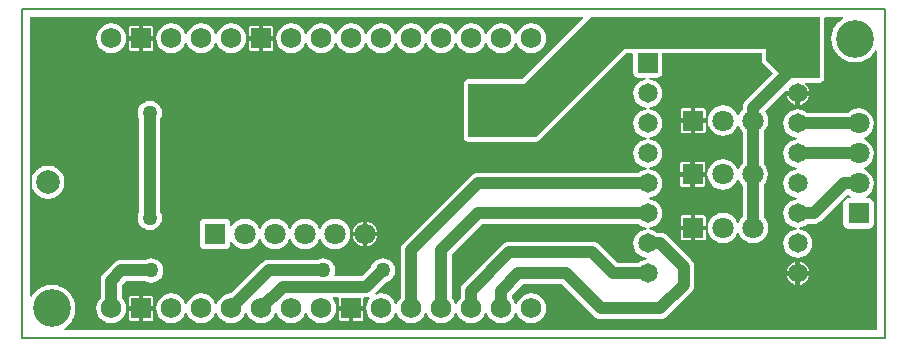
<source format=gbl>
G04 Layer_Physical_Order=4*
G04 Layer_Color=16711680*
%FSLAX24Y24*%
%MOIN*%
G70*
G01*
G75*
%ADD20C,0.0394*%
%ADD21C,0.0050*%
%ADD22C,0.0650*%
%ADD23R,0.0650X0.0650*%
%ADD24C,0.0709*%
%ADD25R,0.0709X0.0709*%
%ADD26C,0.0690*%
%ADD27R,0.0690X0.0690*%
%ADD28R,0.0709X0.0709*%
%ADD29C,0.0787*%
%ADD30C,0.1260*%
%ADD31C,0.0500*%
G36*
X36575Y18661D02*
X35394D01*
X34803Y19252D01*
Y19646D01*
X30079Y19646D01*
X27126Y16693D01*
X24862Y16693D01*
Y18465D01*
X26732Y18465D01*
X28968Y20700D01*
X36575D01*
X36575Y18661D01*
D02*
G37*
G36*
X37366Y20655D02*
X37332Y20637D01*
X37321Y20627D01*
X37320Y20627D01*
X37307Y20620D01*
X37211Y20542D01*
X37202Y20530D01*
X37190Y20520D01*
X37111Y20424D01*
X37104Y20411D01*
X37104Y20411D01*
X37095Y20399D01*
X37036Y20290D01*
X37032Y20276D01*
X37025Y20262D01*
X36989Y20144D01*
X36987Y20129D01*
X36983Y20114D01*
X36971Y19991D01*
X36972Y19976D01*
X36971Y19961D01*
X36983Y19837D01*
X36987Y19823D01*
X36989Y19808D01*
X37025Y19689D01*
X37032Y19676D01*
X37036Y19661D01*
X37095Y19552D01*
X37104Y19540D01*
X37104Y19540D01*
X37111Y19527D01*
X37190Y19431D01*
X37202Y19422D01*
X37211Y19410D01*
X37307Y19331D01*
X37320Y19324D01*
X37321Y19324D01*
X37332Y19315D01*
X37442Y19256D01*
X37456Y19252D01*
X37469Y19245D01*
X37588Y19209D01*
X37603Y19207D01*
X37617Y19203D01*
X37741Y19191D01*
X37748Y19191D01*
X37756Y19190D01*
X37763Y19191D01*
X37771Y19191D01*
X37894Y19203D01*
X37909Y19207D01*
X37924Y19209D01*
X38043Y19245D01*
X38056Y19252D01*
X38070Y19256D01*
X38180Y19315D01*
X38191Y19324D01*
X38191Y19324D01*
X38205Y19331D01*
X38300Y19410D01*
X38310Y19422D01*
X38322Y19431D01*
X38400Y19527D01*
X38408Y19540D01*
X38408Y19540D01*
X38417Y19552D01*
X38435Y19586D01*
X38485Y19573D01*
Y10255D01*
X11387D01*
X11374Y10305D01*
X11408Y10323D01*
X11420Y10333D01*
X11420Y10333D01*
X11433Y10340D01*
X11529Y10418D01*
X11538Y10430D01*
X11550Y10440D01*
X11629Y10536D01*
X11636Y10549D01*
X11636Y10549D01*
X11645Y10560D01*
X11704Y10670D01*
X11708Y10684D01*
X11715Y10698D01*
X11751Y10816D01*
X11753Y10831D01*
X11757Y10846D01*
X11769Y10969D01*
X11768Y10984D01*
X11769Y10999D01*
X11757Y11123D01*
X11753Y11137D01*
X11751Y11152D01*
X11715Y11271D01*
X11708Y11284D01*
X11704Y11299D01*
X11645Y11408D01*
X11636Y11420D01*
X11636Y11420D01*
X11629Y11433D01*
X11550Y11529D01*
X11538Y11538D01*
X11529Y11550D01*
X11433Y11629D01*
X11420Y11636D01*
X11420Y11636D01*
X11408Y11645D01*
X11299Y11704D01*
X11284Y11708D01*
X11271Y11715D01*
X11152Y11751D01*
X11137Y11753D01*
X11123Y11757D01*
X10999Y11769D01*
X10992Y11769D01*
X10984Y11770D01*
X10977Y11769D01*
X10969Y11769D01*
X10846Y11757D01*
X10831Y11753D01*
X10816Y11751D01*
X10698Y11715D01*
X10684Y11708D01*
X10670Y11704D01*
X10560Y11645D01*
X10549Y11636D01*
X10549Y11636D01*
X10536Y11629D01*
X10440Y11550D01*
X10430Y11538D01*
X10418Y11529D01*
X10340Y11433D01*
X10333Y11420D01*
X10333Y11420D01*
X10323Y11408D01*
X10305Y11374D01*
X10255Y11387D01*
Y20705D01*
X28691D01*
X28710Y20659D01*
X26669Y18618D01*
X24862Y18618D01*
X24804Y18606D01*
X24754Y18573D01*
X24721Y18523D01*
X24709Y18465D01*
Y16693D01*
X24721Y16634D01*
X24754Y16585D01*
X24804Y16552D01*
X24862Y16540D01*
X27126Y16540D01*
X27185Y16552D01*
X27234Y16585D01*
X30142Y19493D01*
X30325D01*
X30369Y19443D01*
Y18829D01*
X30380Y18770D01*
X30414Y18721D01*
X30463Y18687D01*
X30522Y18676D01*
X30793D01*
X30796Y18626D01*
X30723Y18616D01*
X30607Y18568D01*
X30508Y18492D01*
X30432Y18393D01*
X30384Y18277D01*
X30368Y18154D01*
X30384Y18030D01*
X30432Y17914D01*
X30508Y17815D01*
X30607Y17739D01*
X30723Y17691D01*
X30815Y17679D01*
Y17628D01*
X30723Y17616D01*
X30607Y17568D01*
X30508Y17492D01*
X30432Y17393D01*
X30384Y17277D01*
X30368Y17154D01*
X30384Y17030D01*
X30432Y16914D01*
X30508Y16815D01*
X30607Y16739D01*
X30723Y16691D01*
X30815Y16679D01*
Y16628D01*
X30723Y16616D01*
X30607Y16568D01*
X30508Y16492D01*
X30432Y16393D01*
X30384Y16277D01*
X30368Y16154D01*
X30384Y16030D01*
X30432Y15914D01*
X30508Y15815D01*
X30607Y15739D01*
X30723Y15691D01*
X30815Y15679D01*
Y15628D01*
X30723Y15616D01*
X30607Y15568D01*
X30522Y15503D01*
X25193D01*
X25148Y15497D01*
X25102Y15491D01*
X25067Y15477D01*
X25018Y15457D01*
X24946Y15401D01*
X22713Y13169D01*
X22658Y13096D01*
X22623Y13012D01*
X22617Y12967D01*
X22611Y12921D01*
Y11340D01*
X22608Y11337D01*
X22528Y11234D01*
X22488Y11136D01*
X22434D01*
X22393Y11234D01*
X22314Y11337D01*
X22210Y11417D01*
X22090Y11467D01*
X21961Y11484D01*
X21831Y11467D01*
X21783Y11446D01*
X21754Y11489D01*
X22126Y11861D01*
X22223Y11901D01*
X22306Y11965D01*
X22370Y12048D01*
X22411Y12146D01*
X22424Y12250D01*
X22411Y12354D01*
X22370Y12452D01*
X22306Y12535D01*
X22223Y12599D01*
X22125Y12640D01*
X22021Y12653D01*
X21916Y12640D01*
X21819Y12599D01*
X21736Y12535D01*
X21671Y12452D01*
X21632Y12355D01*
X21326Y12050D01*
X20416D01*
X20388Y12091D01*
X20410Y12146D01*
X20424Y12250D01*
X20410Y12354D01*
X20370Y12452D01*
X20306Y12535D01*
X20223Y12599D01*
X20125Y12640D01*
X20021Y12653D01*
X19916Y12640D01*
X19820Y12600D01*
X18226D01*
X18136Y12588D01*
X18051Y12553D01*
X17979Y12497D01*
X16965Y11483D01*
X16961Y11484D01*
X16831Y11467D01*
X16711Y11417D01*
X16608Y11337D01*
X16528Y11234D01*
X16488Y11136D01*
X16434D01*
X16393Y11234D01*
X16314Y11337D01*
X16210Y11417D01*
X16090Y11467D01*
X15961Y11484D01*
X15831Y11467D01*
X15711Y11417D01*
X15608Y11337D01*
X15528Y11234D01*
X15488Y11136D01*
X15434D01*
X15393Y11234D01*
X15314Y11337D01*
X15210Y11417D01*
X15090Y11467D01*
X14961Y11484D01*
X14831Y11467D01*
X14711Y11417D01*
X14608Y11337D01*
X14528Y11234D01*
X14478Y11113D01*
X14461Y10984D01*
X14478Y10855D01*
X14528Y10735D01*
X14608Y10631D01*
X14711Y10552D01*
X14831Y10502D01*
X14961Y10485D01*
X15090Y10502D01*
X15210Y10552D01*
X15314Y10631D01*
X15393Y10735D01*
X15434Y10833D01*
X15488D01*
X15528Y10735D01*
X15608Y10631D01*
X15711Y10552D01*
X15831Y10502D01*
X15961Y10485D01*
X16090Y10502D01*
X16210Y10552D01*
X16314Y10631D01*
X16393Y10735D01*
X16434Y10833D01*
X16488D01*
X16528Y10735D01*
X16608Y10631D01*
X16711Y10552D01*
X16831Y10502D01*
X16961Y10485D01*
X17090Y10502D01*
X17210Y10552D01*
X17314Y10631D01*
X17393Y10735D01*
X17434Y10833D01*
X17488D01*
X17528Y10735D01*
X17608Y10631D01*
X17711Y10552D01*
X17831Y10502D01*
X17961Y10485D01*
X18090Y10502D01*
X18210Y10552D01*
X18314Y10631D01*
X18393Y10735D01*
X18434Y10833D01*
X18488D01*
X18528Y10735D01*
X18608Y10631D01*
X18711Y10552D01*
X18831Y10502D01*
X18961Y10485D01*
X19090Y10502D01*
X19210Y10552D01*
X19314Y10631D01*
X19393Y10735D01*
X19434Y10833D01*
X19488D01*
X19528Y10735D01*
X19608Y10631D01*
X19711Y10552D01*
X19831Y10502D01*
X19961Y10485D01*
X20090Y10502D01*
X20210Y10552D01*
X20314Y10631D01*
X20393Y10735D01*
X20443Y10855D01*
X20460Y10984D01*
X20443Y11113D01*
X20393Y11234D01*
X20342Y11300D01*
X20367Y11350D01*
X20537D01*
X20551Y11329D01*
Y11059D01*
X20961D01*
X21371D01*
Y11329D01*
X21385Y11350D01*
X21471D01*
X21561Y11362D01*
X21565Y11363D01*
X21596Y11322D01*
X21528Y11234D01*
X21478Y11113D01*
X21461Y10984D01*
X21478Y10855D01*
X21528Y10735D01*
X21608Y10631D01*
X21711Y10552D01*
X21831Y10502D01*
X21961Y10485D01*
X22090Y10502D01*
X22210Y10552D01*
X22314Y10631D01*
X22393Y10735D01*
X22434Y10833D01*
X22488D01*
X22528Y10735D01*
X22608Y10631D01*
X22711Y10552D01*
X22831Y10502D01*
X22961Y10485D01*
X23090Y10502D01*
X23210Y10552D01*
X23314Y10631D01*
X23393Y10735D01*
X23434Y10833D01*
X23488D01*
X23528Y10735D01*
X23608Y10631D01*
X23711Y10552D01*
X23831Y10502D01*
X23961Y10485D01*
X24090Y10502D01*
X24210Y10552D01*
X24314Y10631D01*
X24393Y10735D01*
X24434Y10833D01*
X24488D01*
X24528Y10735D01*
X24608Y10631D01*
X24711Y10552D01*
X24831Y10502D01*
X24961Y10485D01*
X25090Y10502D01*
X25210Y10552D01*
X25314Y10631D01*
X25393Y10735D01*
X25434Y10833D01*
X25488D01*
X25528Y10735D01*
X25608Y10631D01*
X25711Y10552D01*
X25831Y10502D01*
X25961Y10485D01*
X26090Y10502D01*
X26210Y10552D01*
X26314Y10631D01*
X26393Y10735D01*
X26434Y10833D01*
X26488D01*
X26528Y10735D01*
X26608Y10631D01*
X26711Y10552D01*
X26831Y10502D01*
X26961Y10485D01*
X27090Y10502D01*
X27210Y10552D01*
X27314Y10631D01*
X27393Y10735D01*
X27443Y10855D01*
X27460Y10984D01*
X27443Y11113D01*
X27393Y11234D01*
X27314Y11337D01*
X27210Y11417D01*
X27090Y11467D01*
X26961Y11484D01*
X26831Y11467D01*
X26711Y11417D01*
X26608Y11337D01*
X26528Y11234D01*
X26488Y11136D01*
X26434D01*
X26393Y11234D01*
X26314Y11337D01*
X26310Y11340D01*
Y11434D01*
X26680Y11804D01*
X27977D01*
X29044Y10737D01*
X29116Y10681D01*
X29201Y10646D01*
X29291Y10634D01*
X31260D01*
X31350Y10646D01*
X31435Y10681D01*
X31507Y10737D01*
X32295Y11524D01*
X32350Y11597D01*
X32385Y11681D01*
X32391Y11726D01*
X32397Y11772D01*
Y12366D01*
X32391Y12411D01*
X32385Y12457D01*
X32350Y12541D01*
X32295Y12614D01*
X31507Y13401D01*
X31435Y13457D01*
X31350Y13491D01*
X31260Y13503D01*
X31170D01*
X31086Y13568D01*
X30970Y13616D01*
X30878Y13628D01*
Y13679D01*
X30970Y13691D01*
X31086Y13739D01*
X31185Y13815D01*
X31261Y13914D01*
X31309Y14030D01*
X31325Y14154D01*
X31309Y14277D01*
X31261Y14393D01*
X31185Y14492D01*
X31086Y14568D01*
X30970Y14616D01*
X30878Y14628D01*
Y14679D01*
X30970Y14691D01*
X31086Y14739D01*
X31185Y14815D01*
X31261Y14914D01*
X31309Y15030D01*
X31325Y15154D01*
X31309Y15277D01*
X31261Y15393D01*
X31185Y15492D01*
X31086Y15568D01*
X30970Y15616D01*
X30878Y15628D01*
Y15679D01*
X30970Y15691D01*
X31086Y15739D01*
X31185Y15815D01*
X31261Y15914D01*
X31309Y16030D01*
X31325Y16154D01*
X31309Y16277D01*
X31261Y16393D01*
X31185Y16492D01*
X31086Y16568D01*
X30970Y16616D01*
X30878Y16628D01*
Y16679D01*
X30970Y16691D01*
X31086Y16739D01*
X31185Y16815D01*
X31261Y16914D01*
X31309Y17030D01*
X31325Y17154D01*
X31309Y17277D01*
X31261Y17393D01*
X31185Y17492D01*
X31086Y17568D01*
X30970Y17616D01*
X30878Y17628D01*
Y17679D01*
X30970Y17691D01*
X31086Y17739D01*
X31185Y17815D01*
X31261Y17914D01*
X31309Y18030D01*
X31325Y18154D01*
X31309Y18277D01*
X31261Y18393D01*
X31185Y18492D01*
X31086Y18568D01*
X30970Y18616D01*
X30897Y18626D01*
X30900Y18676D01*
X31171D01*
X31230Y18687D01*
X31279Y18721D01*
X31313Y18770D01*
X31324Y18829D01*
Y19478D01*
X31336Y19493D01*
X34650Y19493D01*
Y19252D01*
X34662Y19193D01*
X34695Y19144D01*
X35018Y18820D01*
X34115Y17917D01*
X34059Y17844D01*
X34024Y17760D01*
X34018Y17715D01*
X34012Y17669D01*
Y17611D01*
X34003Y17604D01*
X33922Y17498D01*
X33889Y17420D01*
X33835D01*
X33803Y17498D01*
X33722Y17604D01*
X33617Y17685D01*
X33494Y17735D01*
X33362Y17753D01*
X33231Y17735D01*
X33108Y17685D01*
X33003Y17604D01*
X32922Y17498D01*
X32871Y17376D01*
X32854Y17244D01*
X32871Y17112D01*
X32922Y16990D01*
X33003Y16884D01*
X33108Y16804D01*
X33231Y16753D01*
X33362Y16735D01*
X33494Y16753D01*
X33617Y16804D01*
X33722Y16884D01*
X33803Y16990D01*
X33835Y17068D01*
X33889D01*
X33922Y16990D01*
X34003Y16884D01*
X34012Y16877D01*
Y15836D01*
X33987Y15816D01*
X33906Y15711D01*
X33874Y15633D01*
X33819D01*
X33787Y15711D01*
X33706Y15816D01*
X33601Y15897D01*
X33478Y15948D01*
X33346Y15965D01*
X33215Y15948D01*
X33092Y15897D01*
X32987Y15816D01*
X32906Y15711D01*
X32855Y15588D01*
X32838Y15457D01*
X32855Y15325D01*
X32906Y15202D01*
X32987Y15097D01*
X33092Y15016D01*
X33215Y14965D01*
X33346Y14948D01*
X33478Y14965D01*
X33601Y15016D01*
X33706Y15097D01*
X33787Y15202D01*
X33819Y15281D01*
X33874D01*
X33906Y15202D01*
X33987Y15097D01*
X34012Y15077D01*
Y14037D01*
X34003Y14029D01*
X33922Y13924D01*
X33889Y13845D01*
X33835D01*
X33803Y13924D01*
X33722Y14029D01*
X33617Y14110D01*
X33494Y14161D01*
X33362Y14178D01*
X33231Y14161D01*
X33108Y14110D01*
X33003Y14029D01*
X32922Y13924D01*
X32871Y13801D01*
X32854Y13669D01*
X32871Y13538D01*
X32922Y13415D01*
X33003Y13310D01*
X33108Y13229D01*
X33231Y13178D01*
X33362Y13161D01*
X33494Y13178D01*
X33617Y13229D01*
X33722Y13310D01*
X33803Y13415D01*
X33835Y13493D01*
X33889D01*
X33922Y13415D01*
X34003Y13310D01*
X34108Y13229D01*
X34231Y13178D01*
X34362Y13161D01*
X34494Y13178D01*
X34617Y13229D01*
X34722Y13310D01*
X34803Y13415D01*
X34854Y13538D01*
X34871Y13669D01*
X34854Y13801D01*
X34803Y13924D01*
X34722Y14029D01*
X34712Y14037D01*
Y15105D01*
X34787Y15202D01*
X34838Y15325D01*
X34855Y15457D01*
X34838Y15588D01*
X34787Y15711D01*
X34712Y15809D01*
Y16877D01*
X34722Y16884D01*
X34803Y16990D01*
X34854Y17112D01*
X34871Y17244D01*
X34854Y17376D01*
X34803Y17498D01*
X34752Y17564D01*
X35418Y18230D01*
X35422Y18229D01*
X36225D01*
X36221Y18254D01*
X36183Y18348D01*
X36121Y18428D01*
X36081Y18458D01*
X36098Y18508D01*
X36575D01*
X36633Y18520D01*
X36683Y18553D01*
X36716Y18603D01*
X36728Y18661D01*
X36728Y20655D01*
X36776Y20705D01*
X37354D01*
X37366Y20655D01*
D02*
G37*
G36*
X30607Y13739D02*
X30723Y13691D01*
X30815Y13679D01*
Y13628D01*
X30723Y13616D01*
X30607Y13568D01*
X30508Y13492D01*
X30432Y13393D01*
X30384Y13277D01*
X30368Y13154D01*
X30384Y13030D01*
X30432Y12914D01*
X30508Y12815D01*
X30607Y12739D01*
X30723Y12691D01*
X30815Y12679D01*
Y12628D01*
X30723Y12616D01*
X30607Y12568D01*
X30522Y12503D01*
X29842D01*
X29243Y13102D01*
X29171Y13157D01*
X29087Y13192D01*
X29041Y13198D01*
X28996Y13204D01*
X26236D01*
X26146Y13192D01*
X26061Y13157D01*
X25989Y13102D01*
X24713Y11826D01*
X24658Y11754D01*
X24623Y11669D01*
X24617Y11624D01*
X24611Y11579D01*
Y11340D01*
X24608Y11337D01*
X24528Y11234D01*
X24488Y11136D01*
X24434D01*
X24393Y11234D01*
X24314Y11337D01*
X24310Y11340D01*
Y12792D01*
X25322Y13804D01*
X30522D01*
X30607Y13739D01*
D02*
G37*
%LPC*%
G36*
X32781Y13594D02*
X32437D01*
Y13250D01*
X32717D01*
X32762Y13269D01*
X32781Y13315D01*
Y13594D01*
D02*
G37*
G36*
X21344Y13873D02*
X21311Y13868D01*
X21210Y13826D01*
X21124Y13760D01*
X21057Y13674D01*
X21016Y13573D01*
X21011Y13540D01*
X21344D01*
Y13873D01*
D02*
G37*
G36*
X32287Y13594D02*
X31943D01*
Y13315D01*
X31962Y13269D01*
X32008Y13250D01*
X32287D01*
Y13594D01*
D02*
G37*
G36*
X21344Y13390D02*
X21011D01*
X21016Y13356D01*
X21057Y13256D01*
X21124Y13169D01*
X21210Y13103D01*
X21311Y13061D01*
X21344Y13057D01*
Y13390D01*
D02*
G37*
G36*
X21827D02*
X21494D01*
Y13057D01*
X21527Y13061D01*
X21628Y13103D01*
X21715Y13169D01*
X21781Y13256D01*
X21823Y13356D01*
X21827Y13390D01*
D02*
G37*
G36*
X32287Y14089D02*
X32008D01*
X31962Y14070D01*
X31943Y14024D01*
Y13744D01*
X32287D01*
Y14089D01*
D02*
G37*
G36*
X32717D02*
X32437D01*
Y13744D01*
X32781D01*
Y14024D01*
X32762Y14070D01*
X32717Y14089D01*
D02*
G37*
G36*
X20419Y13973D02*
X20288Y13956D01*
X20165Y13905D01*
X20060Y13824D01*
X19979Y13719D01*
X19946Y13641D01*
X19892D01*
X19860Y13719D01*
X19779Y13824D01*
X19674Y13905D01*
X19551Y13956D01*
X19419Y13973D01*
X19288Y13956D01*
X19165Y13905D01*
X19060Y13824D01*
X18979Y13719D01*
X18946Y13641D01*
X18892D01*
X18860Y13719D01*
X18779Y13824D01*
X18674Y13905D01*
X18551Y13956D01*
X18419Y13973D01*
X18288Y13956D01*
X18165Y13905D01*
X18060Y13824D01*
X17979Y13719D01*
X17946Y13641D01*
X17892D01*
X17860Y13719D01*
X17779Y13824D01*
X17674Y13905D01*
X17551Y13956D01*
X17419Y13973D01*
X17288Y13956D01*
X17165Y13905D01*
X17060Y13824D01*
X16979Y13719D01*
X16977Y13714D01*
X16927Y13724D01*
Y13819D01*
X16915Y13877D01*
X16882Y13927D01*
X16832Y13960D01*
X16774Y13972D01*
X16065D01*
X16006Y13960D01*
X15957Y13927D01*
X15924Y13877D01*
X15912Y13819D01*
Y13110D01*
X15924Y13052D01*
X15957Y13002D01*
X16006Y12969D01*
X16065Y12957D01*
X16774D01*
X16832Y12969D01*
X16882Y13002D01*
X16915Y13052D01*
X16927Y13110D01*
Y13206D01*
X16977Y13216D01*
X16979Y13210D01*
X17060Y13105D01*
X17165Y13024D01*
X17288Y12973D01*
X17419Y12956D01*
X17551Y12973D01*
X17674Y13024D01*
X17779Y13105D01*
X17860Y13210D01*
X17892Y13288D01*
X17946D01*
X17979Y13210D01*
X18060Y13105D01*
X18165Y13024D01*
X18288Y12973D01*
X18419Y12956D01*
X18551Y12973D01*
X18674Y13024D01*
X18779Y13105D01*
X18860Y13210D01*
X18892Y13288D01*
X18946D01*
X18979Y13210D01*
X19060Y13105D01*
X19165Y13024D01*
X19288Y12973D01*
X19419Y12956D01*
X19551Y12973D01*
X19674Y13024D01*
X19779Y13105D01*
X19860Y13210D01*
X19892Y13288D01*
X19946D01*
X19979Y13210D01*
X20060Y13105D01*
X20165Y13024D01*
X20288Y12973D01*
X20419Y12956D01*
X20551Y12973D01*
X20674Y13024D01*
X20779Y13105D01*
X20860Y13210D01*
X20911Y13333D01*
X20928Y13465D01*
X20911Y13596D01*
X20860Y13719D01*
X20779Y13824D01*
X20674Y13905D01*
X20551Y13956D01*
X20419Y13973D01*
D02*
G37*
G36*
X21494Y13873D02*
Y13540D01*
X21827D01*
X21823Y13573D01*
X21781Y13674D01*
X21715Y13760D01*
X21628Y13826D01*
X21527Y13868D01*
X21494Y13873D01*
D02*
G37*
G36*
X14250Y17903D02*
X14146Y17890D01*
X14048Y17849D01*
X13965Y17785D01*
X13901Y17702D01*
X13860Y17604D01*
X13847Y17500D01*
X13860Y17396D01*
X13900Y17299D01*
Y14201D01*
X13860Y14104D01*
X13847Y14000D01*
X13860Y13896D01*
X13901Y13798D01*
X13965Y13715D01*
X14048Y13651D01*
X14146Y13610D01*
X14250Y13597D01*
X14354Y13610D01*
X14452Y13651D01*
X14535Y13715D01*
X14599Y13798D01*
X14640Y13896D01*
X14653Y14000D01*
X14640Y14104D01*
X14600Y14201D01*
Y17299D01*
X14640Y17396D01*
X14653Y17500D01*
X14640Y17604D01*
X14599Y17702D01*
X14535Y17785D01*
X14452Y17849D01*
X14354Y17890D01*
X14250Y17903D01*
D02*
G37*
G36*
X13886Y10909D02*
X13551D01*
Y10639D01*
X13570Y10593D01*
X13616Y10574D01*
X13886D01*
Y10909D01*
D02*
G37*
G36*
X35771Y12079D02*
X35468D01*
X35472Y12053D01*
X35510Y11959D01*
X35572Y11879D01*
X35652Y11817D01*
X35746Y11779D01*
X35771Y11775D01*
Y12079D01*
D02*
G37*
G36*
X36225D02*
X35921D01*
Y11775D01*
X35947Y11779D01*
X36041Y11817D01*
X36121Y11879D01*
X36183Y11959D01*
X36221Y12053D01*
X36225Y12079D01*
D02*
G37*
G36*
X14306Y11394D02*
X14036D01*
Y11059D01*
X14371D01*
Y11329D01*
X14352Y11375D01*
X14306Y11394D01*
D02*
G37*
G36*
X21371Y10909D02*
X21036D01*
Y10574D01*
X21306D01*
X21352Y10593D01*
X21371Y10639D01*
Y10909D01*
D02*
G37*
G36*
X13886Y11394D02*
X13616D01*
X13570Y11375D01*
X13551Y11329D01*
Y11059D01*
X13886D01*
Y11394D01*
D02*
G37*
G36*
X20886Y10909D02*
X20551D01*
Y10639D01*
X20570Y10593D01*
X20616Y10574D01*
X20886D01*
Y10909D01*
D02*
G37*
G36*
X14371D02*
X14036D01*
Y10574D01*
X14306D01*
X14352Y10593D01*
X14371Y10639D01*
Y10909D01*
D02*
G37*
G36*
X35921Y12532D02*
Y12229D01*
X36225D01*
X36221Y12254D01*
X36183Y12348D01*
X36121Y12428D01*
X36041Y12490D01*
X35947Y12528D01*
X35921Y12532D01*
D02*
G37*
G36*
X14300Y12653D02*
X14196Y12640D01*
X14099Y12600D01*
X13300D01*
X13209Y12588D01*
X13125Y12553D01*
X13053Y12497D01*
X12713Y12158D01*
X12658Y12086D01*
X12623Y12001D01*
X12617Y11956D01*
X12611Y11911D01*
Y11340D01*
X12608Y11337D01*
X12528Y11234D01*
X12478Y11113D01*
X12461Y10984D01*
X12478Y10855D01*
X12528Y10735D01*
X12608Y10631D01*
X12711Y10552D01*
X12831Y10502D01*
X12961Y10485D01*
X13090Y10502D01*
X13210Y10552D01*
X13314Y10631D01*
X13393Y10735D01*
X13443Y10855D01*
X13460Y10984D01*
X13443Y11113D01*
X13393Y11234D01*
X13314Y11337D01*
X13310Y11340D01*
Y11766D01*
X13445Y11900D01*
X14099D01*
X14196Y11860D01*
X14300Y11847D01*
X14404Y11860D01*
X14502Y11901D01*
X14585Y11965D01*
X14649Y12048D01*
X14690Y12146D01*
X14703Y12250D01*
X14690Y12354D01*
X14649Y12452D01*
X14585Y12535D01*
X14502Y12599D01*
X14404Y12640D01*
X14300Y12653D01*
D02*
G37*
G36*
X35771Y12532D02*
X35746Y12528D01*
X35652Y12490D01*
X35572Y12428D01*
X35510Y12348D01*
X35472Y12254D01*
X35468Y12229D01*
X35771D01*
Y12532D01*
D02*
G37*
G36*
X32271Y15382D02*
X31927D01*
Y15102D01*
X31946Y15056D01*
X31992Y15037D01*
X32271D01*
Y15382D01*
D02*
G37*
G36*
X17886Y19909D02*
X17551D01*
Y19639D01*
X17570Y19593D01*
X17616Y19574D01*
X17886D01*
Y19909D01*
D02*
G37*
G36*
X18371D02*
X18036D01*
Y19574D01*
X18306D01*
X18352Y19593D01*
X18371Y19639D01*
Y19909D01*
D02*
G37*
G36*
X14371D02*
X14036D01*
Y19574D01*
X14306D01*
X14352Y19593D01*
X14371Y19639D01*
Y19909D01*
D02*
G37*
G36*
X12961Y20484D02*
X12831Y20467D01*
X12711Y20417D01*
X12608Y20337D01*
X12528Y20234D01*
X12478Y20113D01*
X12461Y19984D01*
X12478Y19855D01*
X12528Y19735D01*
X12608Y19631D01*
X12711Y19552D01*
X12831Y19502D01*
X12961Y19485D01*
X13090Y19502D01*
X13210Y19552D01*
X13314Y19631D01*
X13393Y19735D01*
X13443Y19855D01*
X13460Y19984D01*
X13443Y20113D01*
X13393Y20234D01*
X13314Y20337D01*
X13210Y20417D01*
X13090Y20467D01*
X12961Y20484D01*
D02*
G37*
G36*
X13886Y19909D02*
X13551D01*
Y19639D01*
X13570Y19593D01*
X13616Y19574D01*
X13886D01*
Y19909D01*
D02*
G37*
G36*
Y20394D02*
X13616D01*
X13570Y20375D01*
X13551Y20329D01*
Y20059D01*
X13886D01*
Y20394D01*
D02*
G37*
G36*
X16961Y20484D02*
X16831Y20467D01*
X16711Y20417D01*
X16608Y20337D01*
X16528Y20234D01*
X16488Y20136D01*
X16434D01*
X16393Y20234D01*
X16314Y20337D01*
X16210Y20417D01*
X16090Y20467D01*
X15961Y20484D01*
X15831Y20467D01*
X15711Y20417D01*
X15608Y20337D01*
X15528Y20234D01*
X15488Y20136D01*
X15434D01*
X15393Y20234D01*
X15314Y20337D01*
X15210Y20417D01*
X15090Y20467D01*
X14961Y20484D01*
X14831Y20467D01*
X14711Y20417D01*
X14608Y20337D01*
X14528Y20234D01*
X14478Y20113D01*
X14461Y19984D01*
X14478Y19855D01*
X14528Y19735D01*
X14608Y19631D01*
X14711Y19552D01*
X14831Y19502D01*
X14961Y19485D01*
X15090Y19502D01*
X15210Y19552D01*
X15314Y19631D01*
X15393Y19735D01*
X15434Y19833D01*
X15488D01*
X15528Y19735D01*
X15608Y19631D01*
X15711Y19552D01*
X15831Y19502D01*
X15961Y19485D01*
X16090Y19502D01*
X16210Y19552D01*
X16314Y19631D01*
X16393Y19735D01*
X16434Y19833D01*
X16488D01*
X16528Y19735D01*
X16608Y19631D01*
X16711Y19552D01*
X16831Y19502D01*
X16961Y19485D01*
X17090Y19502D01*
X17210Y19552D01*
X17314Y19631D01*
X17393Y19735D01*
X17443Y19855D01*
X17460Y19984D01*
X17443Y20113D01*
X17393Y20234D01*
X17314Y20337D01*
X17210Y20417D01*
X17090Y20467D01*
X16961Y20484D01*
D02*
G37*
G36*
X26961D02*
X26831Y20467D01*
X26711Y20417D01*
X26608Y20337D01*
X26528Y20234D01*
X26488Y20136D01*
X26434D01*
X26393Y20234D01*
X26314Y20337D01*
X26210Y20417D01*
X26090Y20467D01*
X25961Y20484D01*
X25831Y20467D01*
X25711Y20417D01*
X25608Y20337D01*
X25528Y20234D01*
X25488Y20136D01*
X25434D01*
X25393Y20234D01*
X25314Y20337D01*
X25210Y20417D01*
X25090Y20467D01*
X24961Y20484D01*
X24831Y20467D01*
X24711Y20417D01*
X24608Y20337D01*
X24528Y20234D01*
X24488Y20136D01*
X24434D01*
X24393Y20234D01*
X24314Y20337D01*
X24210Y20417D01*
X24090Y20467D01*
X23961Y20484D01*
X23831Y20467D01*
X23711Y20417D01*
X23608Y20337D01*
X23528Y20234D01*
X23488Y20136D01*
X23434D01*
X23393Y20234D01*
X23314Y20337D01*
X23210Y20417D01*
X23090Y20467D01*
X22961Y20484D01*
X22831Y20467D01*
X22711Y20417D01*
X22608Y20337D01*
X22528Y20234D01*
X22488Y20136D01*
X22434D01*
X22393Y20234D01*
X22314Y20337D01*
X22210Y20417D01*
X22090Y20467D01*
X21961Y20484D01*
X21831Y20467D01*
X21711Y20417D01*
X21608Y20337D01*
X21528Y20234D01*
X21488Y20136D01*
X21434D01*
X21393Y20234D01*
X21314Y20337D01*
X21210Y20417D01*
X21090Y20467D01*
X20961Y20484D01*
X20831Y20467D01*
X20711Y20417D01*
X20608Y20337D01*
X20528Y20234D01*
X20488Y20136D01*
X20434D01*
X20393Y20234D01*
X20314Y20337D01*
X20210Y20417D01*
X20090Y20467D01*
X19961Y20484D01*
X19831Y20467D01*
X19711Y20417D01*
X19608Y20337D01*
X19528Y20234D01*
X19488Y20136D01*
X19434D01*
X19393Y20234D01*
X19314Y20337D01*
X19210Y20417D01*
X19090Y20467D01*
X18961Y20484D01*
X18831Y20467D01*
X18711Y20417D01*
X18608Y20337D01*
X18528Y20234D01*
X18478Y20113D01*
X18461Y19984D01*
X18478Y19855D01*
X18528Y19735D01*
X18608Y19631D01*
X18711Y19552D01*
X18831Y19502D01*
X18961Y19485D01*
X19090Y19502D01*
X19210Y19552D01*
X19314Y19631D01*
X19393Y19735D01*
X19434Y19833D01*
X19488D01*
X19528Y19735D01*
X19608Y19631D01*
X19711Y19552D01*
X19831Y19502D01*
X19961Y19485D01*
X20090Y19502D01*
X20210Y19552D01*
X20314Y19631D01*
X20393Y19735D01*
X20434Y19833D01*
X20488D01*
X20528Y19735D01*
X20608Y19631D01*
X20711Y19552D01*
X20831Y19502D01*
X20961Y19485D01*
X21090Y19502D01*
X21210Y19552D01*
X21314Y19631D01*
X21393Y19735D01*
X21434Y19833D01*
X21488D01*
X21528Y19735D01*
X21608Y19631D01*
X21711Y19552D01*
X21831Y19502D01*
X21961Y19485D01*
X22090Y19502D01*
X22210Y19552D01*
X22314Y19631D01*
X22393Y19735D01*
X22434Y19833D01*
X22488D01*
X22528Y19735D01*
X22608Y19631D01*
X22711Y19552D01*
X22831Y19502D01*
X22961Y19485D01*
X23090Y19502D01*
X23210Y19552D01*
X23314Y19631D01*
X23393Y19735D01*
X23434Y19833D01*
X23488D01*
X23528Y19735D01*
X23608Y19631D01*
X23711Y19552D01*
X23831Y19502D01*
X23961Y19485D01*
X24090Y19502D01*
X24210Y19552D01*
X24314Y19631D01*
X24393Y19735D01*
X24434Y19833D01*
X24488D01*
X24528Y19735D01*
X24608Y19631D01*
X24711Y19552D01*
X24831Y19502D01*
X24961Y19485D01*
X25090Y19502D01*
X25210Y19552D01*
X25314Y19631D01*
X25393Y19735D01*
X25434Y19833D01*
X25488D01*
X25528Y19735D01*
X25608Y19631D01*
X25711Y19552D01*
X25831Y19502D01*
X25961Y19485D01*
X26090Y19502D01*
X26210Y19552D01*
X26314Y19631D01*
X26393Y19735D01*
X26434Y19833D01*
X26488D01*
X26528Y19735D01*
X26608Y19631D01*
X26711Y19552D01*
X26831Y19502D01*
X26961Y19485D01*
X27090Y19502D01*
X27210Y19552D01*
X27314Y19631D01*
X27393Y19735D01*
X27443Y19855D01*
X27460Y19984D01*
X27443Y20113D01*
X27393Y20234D01*
X27314Y20337D01*
X27210Y20417D01*
X27090Y20467D01*
X26961Y20484D01*
D02*
G37*
G36*
X18306Y20394D02*
X18036D01*
Y20059D01*
X18371D01*
Y20329D01*
X18352Y20375D01*
X18306Y20394D01*
D02*
G37*
G36*
X17886D02*
X17616D01*
X17570Y20375D01*
X17551Y20329D01*
Y20059D01*
X17886D01*
Y20394D01*
D02*
G37*
G36*
X14306D02*
X14036D01*
Y20059D01*
X14371D01*
Y20329D01*
X14352Y20375D01*
X14306Y20394D01*
D02*
G37*
G36*
X10854Y15743D02*
X10844Y15741D01*
X10834Y15742D01*
X10732Y15728D01*
X10717Y15723D01*
X10712Y15723D01*
X10708Y15721D01*
X10693Y15718D01*
X10597Y15678D01*
X10585Y15670D01*
X10580Y15668D01*
X10576Y15665D01*
X10563Y15658D01*
X10480Y15595D01*
X10470Y15584D01*
X10467Y15581D01*
X10464Y15577D01*
X10452Y15567D01*
X10389Y15485D01*
X10382Y15471D01*
X10379Y15467D01*
X10378Y15463D01*
X10369Y15450D01*
X10329Y15354D01*
X10327Y15339D01*
X10325Y15335D01*
X10324Y15330D01*
X10319Y15316D01*
X10306Y15213D01*
X10307Y15198D01*
X10306Y15193D01*
X10307Y15188D01*
X10306Y15173D01*
X10319Y15070D01*
X10324Y15056D01*
X10325Y15051D01*
X10327Y15046D01*
X10329Y15032D01*
X10369Y14936D01*
X10378Y14923D01*
X10379Y14919D01*
X10382Y14915D01*
X10389Y14901D01*
X10452Y14819D01*
X10464Y14809D01*
X10467Y14805D01*
X10470Y14802D01*
X10480Y14791D01*
X10563Y14728D01*
X10576Y14721D01*
X10580Y14718D01*
X10585Y14716D01*
X10597Y14708D01*
X10693Y14668D01*
X10708Y14665D01*
X10712Y14663D01*
X10717Y14663D01*
X10732Y14658D01*
X10834Y14644D01*
X10844Y14645D01*
X10854Y14643D01*
X10864Y14645D01*
X10874Y14644D01*
X10977Y14658D01*
X10991Y14663D01*
X10996Y14663D01*
X11001Y14665D01*
X11016Y14668D01*
X11111Y14708D01*
X11124Y14716D01*
X11129Y14718D01*
X11132Y14721D01*
X11146Y14728D01*
X11228Y14791D01*
X11238Y14802D01*
X11242Y14805D01*
X11245Y14809D01*
X11256Y14819D01*
X11320Y14901D01*
X11326Y14915D01*
X11329Y14919D01*
X11331Y14923D01*
X11340Y14936D01*
X11379Y15032D01*
X11382Y15046D01*
X11384Y15051D01*
X11385Y15056D01*
X11390Y15070D01*
X11403Y15173D01*
X11402Y15188D01*
X11403Y15193D01*
X11402Y15198D01*
X11403Y15213D01*
X11390Y15316D01*
X11385Y15330D01*
X11384Y15335D01*
X11382Y15339D01*
X11379Y15354D01*
X11340Y15450D01*
X11331Y15463D01*
X11329Y15467D01*
X11326Y15471D01*
X11320Y15485D01*
X11256Y15567D01*
X11245Y15577D01*
X11242Y15581D01*
X11238Y15584D01*
X11228Y15595D01*
X11146Y15658D01*
X11132Y15665D01*
X11129Y15668D01*
X11124Y15670D01*
X11111Y15678D01*
X11016Y15718D01*
X11001Y15721D01*
X10996Y15723D01*
X10991Y15723D01*
X10977Y15728D01*
X10874Y15742D01*
X10864Y15741D01*
X10854Y15743D01*
D02*
G37*
G36*
X32287Y17169D02*
X31943D01*
Y16890D01*
X31962Y16844D01*
X32008Y16825D01*
X32287D01*
Y17169D01*
D02*
G37*
G36*
X32701Y15876D02*
X32421D01*
Y15532D01*
X32766D01*
Y15811D01*
X32747Y15857D01*
X32701Y15876D01*
D02*
G37*
G36*
X32766Y15382D02*
X32421D01*
Y15037D01*
X32701D01*
X32747Y15056D01*
X32766Y15102D01*
Y15382D01*
D02*
G37*
G36*
X32271Y15876D02*
X31992D01*
X31946Y15857D01*
X31927Y15811D01*
Y15532D01*
X32271D01*
Y15876D01*
D02*
G37*
G36*
X32781Y17169D02*
X32437D01*
Y16825D01*
X32717D01*
X32762Y16844D01*
X32781Y16890D01*
Y17169D01*
D02*
G37*
G36*
X35771Y18079D02*
X35468D01*
X35472Y18053D01*
X35510Y17959D01*
X35572Y17879D01*
X35652Y17817D01*
X35746Y17779D01*
X35771Y17775D01*
Y18079D01*
D02*
G37*
G36*
X36225D02*
X35921D01*
Y17775D01*
X35947Y17779D01*
X36041Y17817D01*
X36121Y17879D01*
X36183Y17959D01*
X36221Y18053D01*
X36225Y18079D01*
D02*
G37*
G36*
X37874Y17662D02*
X37742Y17645D01*
X37620Y17594D01*
X37514Y17513D01*
X37507Y17503D01*
X36170D01*
X36086Y17568D01*
X35970Y17616D01*
X35846Y17632D01*
X35723Y17616D01*
X35607Y17568D01*
X35508Y17492D01*
X35432Y17393D01*
X35384Y17277D01*
X35368Y17154D01*
X35384Y17030D01*
X35432Y16914D01*
X35508Y16815D01*
X35607Y16739D01*
X35723Y16691D01*
X35815Y16679D01*
Y16628D01*
X35723Y16616D01*
X35607Y16568D01*
X35508Y16492D01*
X35432Y16393D01*
X35384Y16277D01*
X35368Y16154D01*
X35384Y16030D01*
X35432Y15914D01*
X35508Y15815D01*
X35607Y15739D01*
X35723Y15691D01*
X35815Y15679D01*
Y15628D01*
X35723Y15616D01*
X35607Y15568D01*
X35508Y15492D01*
X35432Y15393D01*
X35384Y15277D01*
X35368Y15154D01*
X35384Y15030D01*
X35432Y14914D01*
X35508Y14815D01*
X35607Y14739D01*
X35723Y14691D01*
X35815Y14679D01*
Y14628D01*
X35723Y14616D01*
X35607Y14568D01*
X35508Y14492D01*
X35432Y14393D01*
X35384Y14277D01*
X35368Y14154D01*
X35384Y14030D01*
X35432Y13914D01*
X35508Y13815D01*
X35607Y13739D01*
X35723Y13691D01*
X35815Y13679D01*
Y13628D01*
X35723Y13616D01*
X35607Y13568D01*
X35508Y13492D01*
X35432Y13393D01*
X35384Y13277D01*
X35368Y13154D01*
X35384Y13030D01*
X35432Y12914D01*
X35508Y12815D01*
X35607Y12739D01*
X35723Y12691D01*
X35846Y12675D01*
X35970Y12691D01*
X36086Y12739D01*
X36185Y12815D01*
X36261Y12914D01*
X36309Y13030D01*
X36325Y13154D01*
X36309Y13277D01*
X36261Y13393D01*
X36185Y13492D01*
X36086Y13568D01*
X35970Y13616D01*
X35878Y13628D01*
Y13679D01*
X35970Y13691D01*
X36086Y13739D01*
X36170Y13804D01*
X36378D01*
X36469Y13816D01*
X36553Y13851D01*
X36625Y13906D01*
X37513Y14794D01*
X37514Y14794D01*
X37620Y14713D01*
X37625Y14711D01*
X37615Y14661D01*
X37520D01*
X37461Y14649D01*
X37412Y14616D01*
X37378Y14566D01*
X37367Y14508D01*
Y13799D01*
X37378Y13741D01*
X37412Y13691D01*
X37461Y13658D01*
X37520Y13646D01*
X38228D01*
X38287Y13658D01*
X38336Y13691D01*
X38370Y13741D01*
X38381Y13799D01*
Y14508D01*
X38370Y14566D01*
X38336Y14616D01*
X38287Y14649D01*
X38228Y14661D01*
X38133D01*
X38123Y14711D01*
X38128Y14713D01*
X38234Y14794D01*
X38315Y14899D01*
X38365Y15022D01*
X38383Y15154D01*
X38365Y15285D01*
X38315Y15408D01*
X38234Y15513D01*
X38128Y15594D01*
X38050Y15626D01*
Y15681D01*
X38128Y15713D01*
X38234Y15794D01*
X38315Y15899D01*
X38365Y16022D01*
X38383Y16154D01*
X38365Y16285D01*
X38315Y16408D01*
X38234Y16513D01*
X38128Y16594D01*
X38050Y16626D01*
Y16681D01*
X38128Y16713D01*
X38234Y16794D01*
X38315Y16899D01*
X38365Y17022D01*
X38383Y17154D01*
X38365Y17285D01*
X38315Y17408D01*
X38234Y17513D01*
X38128Y17594D01*
X38006Y17645D01*
X37874Y17662D01*
D02*
G37*
G36*
X32287Y17663D02*
X32008D01*
X31962Y17644D01*
X31943Y17598D01*
Y17319D01*
X32287D01*
Y17663D01*
D02*
G37*
G36*
X32717D02*
X32437D01*
Y17319D01*
X32781D01*
Y17598D01*
X32762Y17644D01*
X32717Y17663D01*
D02*
G37*
%LPD*%
D20*
X34362Y13669D02*
Y17244D01*
X28996Y12854D02*
X29697Y12154D01*
X26236Y12854D02*
X28996D01*
X24961Y11579D02*
X26236Y12854D01*
X25193Y15154D02*
X30846D01*
X22961Y12921D02*
X25193Y15154D01*
X22961Y10984D02*
Y12921D01*
X25177Y14154D02*
X30846D01*
X23961Y12937D02*
X25177Y14154D01*
X23961Y10984D02*
Y12937D01*
X24961Y10984D02*
Y11579D01*
X17961Y10984D02*
X18676Y11700D01*
X21471D01*
X22021Y12250D01*
X18226D02*
X20021D01*
X16961Y10984D02*
X18226Y12250D01*
X13300D02*
X14300D01*
X12961Y11911D02*
X13300Y12250D01*
X12961Y10984D02*
Y11911D01*
X14250Y14000D02*
Y17500D01*
X26535Y12154D02*
X28122D01*
X25961Y11579D02*
X26535Y12154D01*
X28122D02*
X29291Y10984D01*
X31260D01*
X32047Y11772D01*
Y12366D01*
X31260Y13154D02*
X32047Y12366D01*
X30846Y13154D02*
X31260D01*
X29697Y12154D02*
X30846D01*
X35846Y17154D02*
X37874D01*
X35846Y16154D02*
X37874D01*
X35846Y14154D02*
X36378D01*
X37378Y15154D01*
X37874D01*
X34362Y17669D02*
X35846Y19154D01*
X34362Y17244D02*
Y17669D01*
X25961Y10984D02*
Y11579D01*
D21*
X38740Y10000D02*
Y20960D01*
X10000Y10000D02*
X38740D01*
X10000Y20960D02*
X38740D01*
X10000Y10000D02*
Y20960D01*
D22*
X30846Y16154D02*
D03*
X35846D02*
D03*
X30846Y15154D02*
D03*
Y14154D02*
D03*
Y13154D02*
D03*
Y12154D02*
D03*
Y17154D02*
D03*
Y18154D02*
D03*
X35846Y17154D02*
D03*
Y18154D02*
D03*
Y19154D02*
D03*
Y15154D02*
D03*
Y14154D02*
D03*
Y13154D02*
D03*
Y12154D02*
D03*
D23*
X30846Y19154D02*
D03*
D24*
X21419Y13465D02*
D03*
X20419D02*
D03*
X19419D02*
D03*
X17419D02*
D03*
X18419D02*
D03*
X37874Y17154D02*
D03*
Y15154D02*
D03*
Y16154D02*
D03*
X34362Y17244D02*
D03*
X33362D02*
D03*
X34346Y15457D02*
D03*
X33346D02*
D03*
X34362Y13669D02*
D03*
X33362D02*
D03*
D25*
X16419Y13465D02*
D03*
X32362Y17244D02*
D03*
X32346Y15457D02*
D03*
X32362Y13669D02*
D03*
D26*
X12961Y10984D02*
D03*
X14961D02*
D03*
X15961D02*
D03*
X16961D02*
D03*
X17961D02*
D03*
X18961D02*
D03*
X19961D02*
D03*
X21961D02*
D03*
X22961D02*
D03*
X23961D02*
D03*
X24961D02*
D03*
X25961D02*
D03*
X26961D02*
D03*
X12961Y19984D02*
D03*
X14961D02*
D03*
X15961D02*
D03*
X16961D02*
D03*
X18961D02*
D03*
X19961D02*
D03*
X20961D02*
D03*
X21961D02*
D03*
X22961D02*
D03*
X23961D02*
D03*
X24961D02*
D03*
X25961D02*
D03*
X26961D02*
D03*
D27*
X13961Y10984D02*
D03*
X20961D02*
D03*
X13961Y19984D02*
D03*
X17961D02*
D03*
D28*
X37874Y14154D02*
D03*
D29*
X10854Y15193D02*
D03*
D30*
X10984Y10984D02*
D03*
X37756Y19976D02*
D03*
D31*
X27717Y16154D02*
D03*
X37000Y18000D02*
D03*
X34000Y12000D02*
D03*
X30000Y16000D02*
D03*
X26000D02*
D03*
X23000Y14000D02*
D03*
X21000Y18000D02*
D03*
Y14000D02*
D03*
X15000Y18000D02*
D03*
X12000Y16000D02*
D03*
X13000Y14000D02*
D03*
X25354Y13150D02*
D03*
X29488Y16791D02*
D03*
X27950Y20400D02*
D03*
X11200Y18900D02*
D03*
X10650Y12350D02*
D03*
Y18100D02*
D03*
X19550Y17100D02*
D03*
X21450Y19050D02*
D03*
X26400Y19154D02*
D03*
X24850Y19150D02*
D03*
X29488Y17874D02*
D03*
X31700Y19100D02*
D03*
X29850Y13250D02*
D03*
X35000Y12154D02*
D03*
X36750D02*
D03*
X35150Y17500D02*
D03*
X28250Y10800D02*
D03*
X25750Y17550D02*
D03*
X14250Y17500D02*
D03*
Y14000D02*
D03*
X14300Y12250D02*
D03*
X22021D02*
D03*
X20021D02*
D03*
X26240Y18071D02*
D03*
X25256D02*
D03*
X26240Y17087D02*
D03*
X25256D02*
D03*
M02*

</source>
